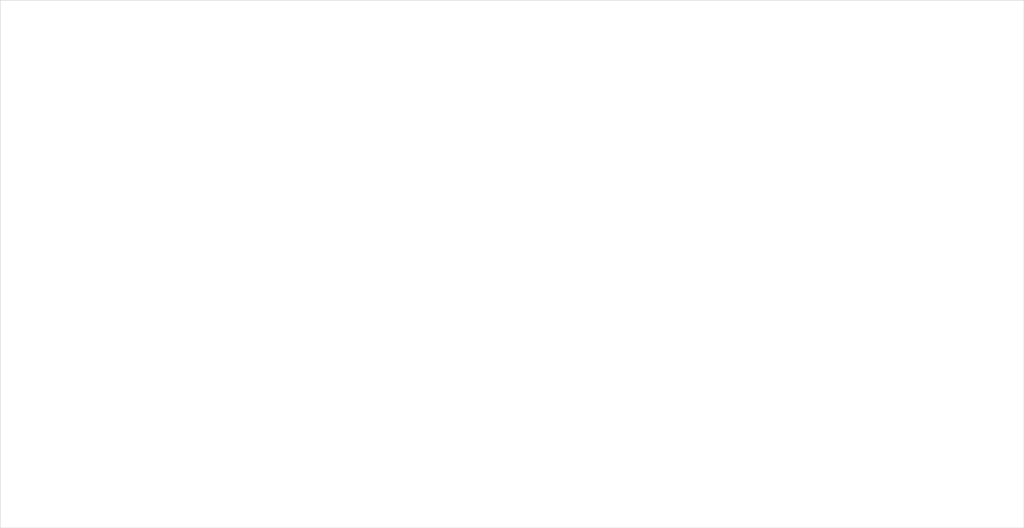
<source format=kicad_pcb>
(kicad_pcb (version 20171130) (host pcbnew 5.1.5)

  (general
    (thickness 1.6)
    (drawings 4)
    (tracks 0)
    (zones 0)
    (modules 0)
    (nets 1)
  )

  (page A4)
  (layers
    (0 F.Cu signal)
    (31 B.Cu signal)
    (32 B.Adhes user)
    (33 F.Adhes user)
    (34 B.Paste user)
    (35 F.Paste user)
    (36 B.SilkS user)
    (37 F.SilkS user)
    (38 B.Mask user)
    (39 F.Mask user)
    (40 Dwgs.User user)
    (41 Cmts.User user)
    (42 Eco1.User user)
    (43 Eco2.User user)
    (44 Edge.Cuts user)
    (45 Margin user)
    (46 B.CrtYd user)
    (47 F.CrtYd user)
    (48 B.Fab user)
    (49 F.Fab user)
  )

  (setup
    (last_trace_width 0.25)
    (trace_clearance 0.2)
    (zone_clearance 0.508)
    (zone_45_only no)
    (trace_min 0.2)
    (via_size 0.8)
    (via_drill 0.4)
    (via_min_size 0.4)
    (via_min_drill 0.3)
    (uvia_size 0.3)
    (uvia_drill 0.1)
    (uvias_allowed no)
    (uvia_min_size 0.2)
    (uvia_min_drill 0.1)
    (edge_width 0.05)
    (segment_width 0.2)
    (pcb_text_width 0.3)
    (pcb_text_size 1.5 1.5)
    (mod_edge_width 0.12)
    (mod_text_size 1 1)
    (mod_text_width 0.15)
    (pad_size 1.524 1.524)
    (pad_drill 0.762)
    (pad_to_mask_clearance 0.051)
    (solder_mask_min_width 0.25)
    (aux_axis_origin 0 0)
    (grid_origin 109 71)
    (visible_elements FFFFFF7F)
    (pcbplotparams
      (layerselection 0x010fc_ffffffff)
      (usegerberextensions false)
      (usegerberattributes false)
      (usegerberadvancedattributes false)
      (creategerberjobfile false)
      (excludeedgelayer true)
      (linewidth 0.100000)
      (plotframeref false)
      (viasonmask false)
      (mode 1)
      (useauxorigin false)
      (hpglpennumber 1)
      (hpglpenspeed 20)
      (hpglpendiameter 15.000000)
      (psnegative false)
      (psa4output false)
      (plotreference true)
      (plotvalue true)
      (plotinvisibletext false)
      (padsonsilk false)
      (subtractmaskfromsilk false)
      (outputformat 1)
      (mirror false)
      (drillshape 1)
      (scaleselection 1)
      (outputdirectory ""))
  )

  (net 0 "")

  (net_class Default "This is the default net class."
    (clearance 0.2)
    (trace_width 0.25)
    (via_dia 0.8)
    (via_drill 0.4)
    (uvia_dia 0.3)
    (uvia_drill 0.1)
  )

  (gr_line (start 109 121) (end 109 71) (layer Edge.Cuts) (width 0.05) (tstamp 5E40DBA0))
  (gr_line (start 206 121) (end 109 121) (layer Edge.Cuts) (width 0.05))
  (gr_line (start 206 71) (end 206 121) (layer Edge.Cuts) (width 0.05))
  (gr_line (start 109 71) (end 206 71) (layer Edge.Cuts) (width 0.05))

)

</source>
